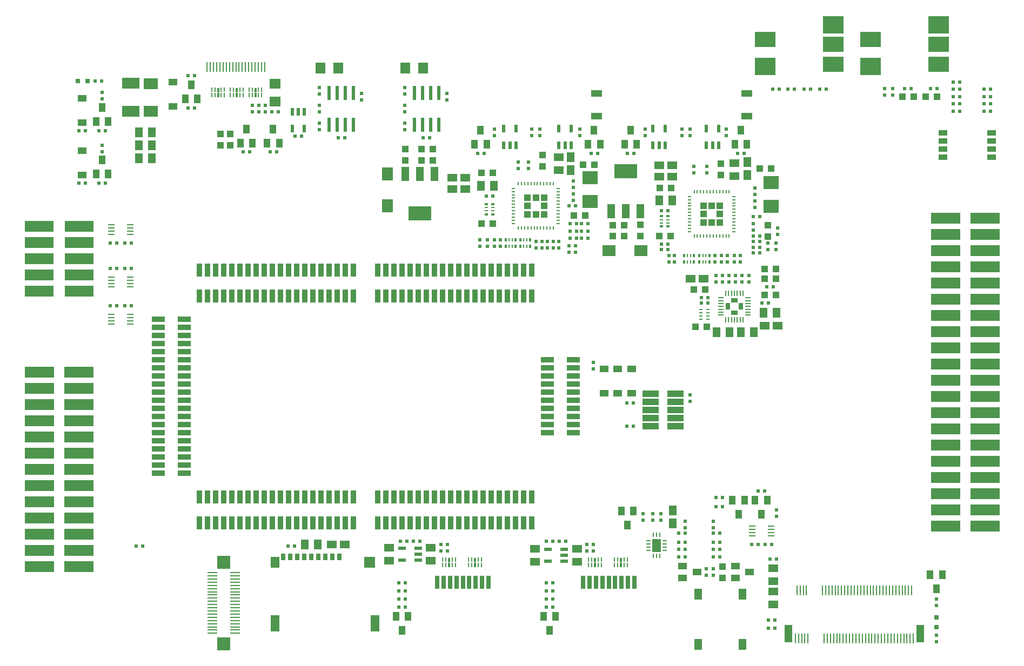
<source format=gbr>
G04 #@! TF.GenerationSoftware,KiCad,Pcbnew,5.1.0-rc2-unknown-036be7d~80~ubuntu16.04.1*
G04 #@! TF.CreationDate,2023-04-28T14:18:08+03:00*
G04 #@! TF.ProjectId,iMX8MPLUS-SOM-EVB_Rev_B,694d5838-4d50-44c5-9553-2d534f4d2d45,B*
G04 #@! TF.SameCoordinates,Original*
G04 #@! TF.FileFunction,Paste,Top*
G04 #@! TF.FilePolarity,Positive*
%FSLAX46Y46*%
G04 Gerber Fmt 4.6, Leading zero omitted, Abs format (unit mm)*
G04 Created by KiCad (PCBNEW 5.1.0-rc2-unknown-036be7d~80~ubuntu16.04.1) date 2023-04-28 14:18:08*
%MOMM*%
%LPD*%
G04 APERTURE LIST*
%ADD10R,4.550000X1.700000*%
%ADD11R,0.500000X0.550000*%
%ADD12R,0.980000X0.230000*%
%ADD13C,1.700000*%
%ADD14C,0.100000*%
%ADD15R,1.000000X1.000000*%
%ADD16R,0.630000X0.230000*%
%ADD17R,0.230000X0.630000*%
%ADD18R,3.253999X2.354000*%
%ADD19R,3.253999X2.754000*%
%ADD20R,0.230000X1.580000*%
%ADD21R,1.000000X1.400000*%
%ADD22R,0.900000X2.000000*%
%ADD23R,2.000000X0.900000*%
%ADD24R,1.800000X1.600000*%
%ADD25R,0.550000X0.500000*%
%ADD26R,0.200000X0.675000*%
%ADD27R,0.300000X0.775000*%
%ADD28R,1.524000X1.270000*%
%ADD29R,1.778000X1.016000*%
%ADD30R,1.270000X1.524000*%
%ADD31R,1.016000X1.016000*%
%ADD32R,2.000000X1.700000*%
%ADD33R,1.400000X1.000000*%
%ADD34R,2.286000X1.778000*%
%ADD35R,1.600000X0.230000*%
%ADD36R,2.000000X2.000000*%
%ADD37R,2.700000X1.800000*%
%ADD38R,1.400000X2.600000*%
%ADD39R,1.800000X1.800000*%
%ADD40R,1.400000X1.800000*%
%ADD41R,0.700000X1.100000*%
%ADD42R,1.270000X1.778000*%
%ADD43R,0.800000X0.800000*%
%ADD44R,2.400000X2.100000*%
%ADD45R,0.305000X0.605000*%
%ADD46R,0.230000X0.605000*%
%ADD47R,0.605000X0.305000*%
%ADD48R,0.605000X0.230000*%
%ADD49R,1.200000X0.550000*%
%ADD50R,0.700000X2.000000*%
%ADD51R,3.600000X2.200000*%
%ADD52R,1.219200X2.235200*%
%ADD53R,0.550000X1.200000*%
%ADD54R,1.700000X2.000000*%
%ADD55R,1.524000X1.778000*%
%ADD56R,0.600000X2.200000*%
%ADD57R,2.654000X1.014000*%
%ADD58R,1.020000X0.660000*%
%ADD59R,0.660000X1.020000*%
%ADD60R,0.910000X0.210000*%
%ADD61R,0.210000X0.910000*%
%ADD62R,0.680000X0.230000*%
%ADD63R,0.230000X0.680000*%
%ADD64R,1.380000X2.080000*%
%ADD65R,1.470000X0.960000*%
%ADD66R,1.180000X2.730000*%
%ADD67R,0.230000X1.530000*%
G04 APERTURE END LIST*
D10*
X210135000Y-111760000D03*
X210135000Y-109220000D03*
X210135000Y-106680000D03*
X210135000Y-104140000D03*
X210135000Y-101600000D03*
X210135000Y-99060000D03*
X210135000Y-96520000D03*
X210135000Y-93980000D03*
X210135000Y-91440000D03*
X210135000Y-88900000D03*
X210135000Y-63500000D03*
X210135000Y-66040000D03*
X210135000Y-68580000D03*
X210135000Y-71120000D03*
X210135000Y-73660000D03*
X210135000Y-76200000D03*
X210135000Y-78740000D03*
X210135000Y-81280000D03*
X210135000Y-83820000D03*
X203885000Y-83820000D03*
X203885000Y-86360000D03*
X203885000Y-111760000D03*
X203885000Y-109220000D03*
X203885000Y-106680000D03*
X203885000Y-104140000D03*
X203885000Y-101600000D03*
X203885000Y-99060000D03*
X203885000Y-96520000D03*
X203885000Y-93980000D03*
X203885000Y-91440000D03*
X203885000Y-88900000D03*
X203885000Y-81280000D03*
X203885000Y-78740000D03*
X203885000Y-76200000D03*
X203885000Y-73660000D03*
X203885000Y-71120000D03*
X203885000Y-68580000D03*
X203885000Y-66040000D03*
X203885000Y-63500000D03*
X210135000Y-86360000D03*
D11*
X167894000Y-107315000D03*
X168910000Y-107315000D03*
D12*
X173601001Y-113272000D03*
X173601001Y-112772000D03*
X173601001Y-112272000D03*
X173601001Y-111772000D03*
X176601001Y-111772000D03*
X176601001Y-112272000D03*
X176601001Y-112772000D03*
X176601001Y-113272000D03*
D13*
X68149000Y-69850000D03*
D14*
G36*
X65874000Y-69000000D02*
G01*
X70424000Y-69000000D01*
X70424000Y-70700000D01*
X65874000Y-70700000D01*
X65874000Y-69000000D01*
X65874000Y-69000000D01*
G37*
D13*
X68149000Y-67310000D03*
D14*
G36*
X65874000Y-66460000D02*
G01*
X70424000Y-66460000D01*
X70424000Y-68160000D01*
X65874000Y-68160000D01*
X65874000Y-66460000D01*
X65874000Y-66460000D01*
G37*
D13*
X68149000Y-64770000D03*
D14*
G36*
X65874000Y-63920000D02*
G01*
X70424000Y-63920000D01*
X70424000Y-65620000D01*
X65874000Y-65620000D01*
X65874000Y-63920000D01*
X65874000Y-63920000D01*
G37*
D13*
X68149000Y-72390000D03*
D14*
G36*
X65874000Y-71540000D02*
G01*
X70424000Y-71540000D01*
X70424000Y-73240000D01*
X65874000Y-73240000D01*
X65874000Y-71540000D01*
X65874000Y-71540000D01*
G37*
D13*
X68149000Y-74930000D03*
D14*
G36*
X65874000Y-74080000D02*
G01*
X70424000Y-74080000D01*
X70424000Y-75780000D01*
X65874000Y-75780000D01*
X65874000Y-74080000D01*
X65874000Y-74080000D01*
G37*
D13*
X61899000Y-74930000D03*
D14*
G36*
X59624000Y-74080000D02*
G01*
X64174000Y-74080000D01*
X64174000Y-75780000D01*
X59624000Y-75780000D01*
X59624000Y-74080000D01*
X59624000Y-74080000D01*
G37*
D13*
X61899000Y-72390000D03*
D14*
G36*
X59624000Y-71540000D02*
G01*
X64174000Y-71540000D01*
X64174000Y-73240000D01*
X59624000Y-73240000D01*
X59624000Y-71540000D01*
X59624000Y-71540000D01*
G37*
D13*
X61899000Y-69850000D03*
D14*
G36*
X59624000Y-69000000D02*
G01*
X64174000Y-69000000D01*
X64174000Y-70700000D01*
X59624000Y-70700000D01*
X59624000Y-69000000D01*
X59624000Y-69000000D01*
G37*
D13*
X61899000Y-67310000D03*
D14*
G36*
X59624000Y-66460000D02*
G01*
X64174000Y-66460000D01*
X64174000Y-68160000D01*
X59624000Y-68160000D01*
X59624000Y-66460000D01*
X59624000Y-66460000D01*
G37*
D13*
X61899000Y-64770000D03*
D14*
G36*
X59624000Y-63920000D02*
G01*
X64174000Y-63920000D01*
X64174000Y-65620000D01*
X59624000Y-65620000D01*
X59624000Y-63920000D01*
X59624000Y-63920000D01*
G37*
D11*
X210947000Y-46736000D03*
X209931000Y-46736000D03*
D15*
X140995400Y-62890400D03*
D16*
X143175000Y-58845000D03*
X143175000Y-59345000D03*
X143175000Y-59845000D03*
X143175000Y-60345000D03*
X143175000Y-60845000D03*
X143175000Y-61345000D03*
X143175000Y-61845000D03*
X143175000Y-62345000D03*
X143175000Y-62845000D03*
X143175000Y-63345000D03*
X143175000Y-63845000D03*
X143175000Y-64345000D03*
D17*
X142450000Y-65070000D03*
X141950000Y-65070000D03*
X141450000Y-65070000D03*
X140950000Y-65070000D03*
X140450000Y-65070000D03*
X139950000Y-65070000D03*
X139450000Y-65070000D03*
X138950000Y-65070000D03*
X138450000Y-65070000D03*
X137950000Y-65070000D03*
X137450000Y-65070000D03*
X136950000Y-65070000D03*
D16*
X136225000Y-64345000D03*
X136225000Y-63845000D03*
X136225000Y-63345000D03*
X136225000Y-62845000D03*
X136225000Y-62345000D03*
X136225000Y-61845000D03*
X136225000Y-61345000D03*
X136225000Y-60845000D03*
X136225000Y-60345000D03*
X136225000Y-59845000D03*
X136225000Y-59345000D03*
X136225000Y-58845000D03*
D17*
X136950000Y-58120000D03*
X137450000Y-58120000D03*
X137950000Y-58120000D03*
X138450000Y-58120000D03*
X138950000Y-58120000D03*
X139450000Y-58120000D03*
X139950000Y-58120000D03*
X140450000Y-58120000D03*
X140950000Y-58120000D03*
X141450000Y-58120000D03*
X141950000Y-58120000D03*
X142450000Y-58120000D03*
D15*
X139700000Y-62890400D03*
X138404600Y-62890400D03*
X138404600Y-61595000D03*
X138404600Y-60299600D03*
X139700000Y-60299600D03*
X140995400Y-61595000D03*
X140995400Y-60299600D03*
X168554400Y-64160400D03*
D16*
X170734000Y-60115000D03*
X170734000Y-60615000D03*
X170734000Y-61115000D03*
X170734000Y-61615000D03*
X170734000Y-62115000D03*
X170734000Y-62615000D03*
X170734000Y-63115000D03*
X170734000Y-63615000D03*
X170734000Y-64115000D03*
X170734000Y-64615000D03*
X170734000Y-65115000D03*
X170734000Y-65615000D03*
D17*
X170009000Y-66340000D03*
X169509000Y-66340000D03*
X169009000Y-66340000D03*
X168509000Y-66340000D03*
X168009000Y-66340000D03*
X167509000Y-66340000D03*
X167009000Y-66340000D03*
X166509000Y-66340000D03*
X166009000Y-66340000D03*
X165509000Y-66340000D03*
X165009000Y-66340000D03*
X164509000Y-66340000D03*
D16*
X163784000Y-65615000D03*
X163784000Y-65115000D03*
X163784000Y-64615000D03*
X163784000Y-64115000D03*
X163784000Y-63615000D03*
X163784000Y-63115000D03*
X163784000Y-62615000D03*
X163784000Y-62115000D03*
X163784000Y-61615000D03*
X163784000Y-61115000D03*
X163784000Y-60615000D03*
X163784000Y-60115000D03*
D17*
X164509000Y-59390000D03*
X165009000Y-59390000D03*
X165509000Y-59390000D03*
X166009000Y-59390000D03*
X166509000Y-59390000D03*
X167009000Y-59390000D03*
X167509000Y-59390000D03*
X168009000Y-59390000D03*
X168509000Y-59390000D03*
X169009000Y-59390000D03*
X169509000Y-59390000D03*
X170009000Y-59390000D03*
D15*
X167259000Y-64160400D03*
X165963600Y-64160400D03*
X165963600Y-62865000D03*
X165963600Y-61569600D03*
X167259000Y-61569600D03*
X168554400Y-62865000D03*
X168554400Y-61569600D03*
D18*
X186275000Y-36301000D03*
X175675000Y-35501000D03*
X186275000Y-39401000D03*
D19*
X175675000Y-39701000D03*
X186275000Y-33201000D03*
D18*
X202785000Y-36301000D03*
X192185000Y-35501000D03*
X202785000Y-39401000D03*
D19*
X192185000Y-39701000D03*
X202785000Y-33201000D03*
D20*
X97210000Y-39840000D03*
X96710000Y-39840000D03*
X96210000Y-39840000D03*
X95710000Y-39840000D03*
X95210000Y-39840000D03*
X94710000Y-39840000D03*
X94210000Y-39840000D03*
X93710000Y-39840000D03*
X93210000Y-39840000D03*
X92710000Y-39840000D03*
X92210000Y-39840000D03*
X91710000Y-39840000D03*
X91210000Y-39840000D03*
X90710000Y-39840000D03*
X90210000Y-39840000D03*
X89710000Y-39840000D03*
X89210000Y-39840000D03*
X88710000Y-39840000D03*
X88210000Y-39840000D03*
D21*
X131061460Y-49697640D03*
X132016500Y-51907440D03*
X130114040Y-51907440D03*
D22*
X98425000Y-71628000D03*
X98425000Y-75692000D03*
X97155000Y-71628000D03*
X97155000Y-75692000D03*
X95885000Y-71628000D03*
X95885000Y-75692000D03*
X94615000Y-71628000D03*
X94615000Y-75692000D03*
X93345000Y-71628000D03*
X93345000Y-75692000D03*
X92075000Y-71628000D03*
X92075000Y-75692000D03*
X90805000Y-71628000D03*
X90805000Y-75692000D03*
X89535000Y-71628000D03*
X89535000Y-75692000D03*
X88265000Y-71628000D03*
X88265000Y-75692000D03*
X86995000Y-71628000D03*
X86995000Y-75692000D03*
X99695000Y-75692000D03*
X99695000Y-71628000D03*
X100965000Y-75692000D03*
X100965000Y-71628000D03*
X102235000Y-75692000D03*
X102235000Y-71628000D03*
X103505000Y-75692000D03*
X103505000Y-71628000D03*
X104775000Y-75692000D03*
X104775000Y-71628000D03*
X106045000Y-75692000D03*
X106045000Y-71628000D03*
X107315000Y-75692000D03*
X107315000Y-71628000D03*
X108585000Y-75692000D03*
X108585000Y-71628000D03*
X109855000Y-75692000D03*
X109855000Y-71628000D03*
X111125000Y-75692000D03*
X111125000Y-71628000D03*
X126365000Y-71628000D03*
X126365000Y-75692000D03*
X125095000Y-71628000D03*
X125095000Y-75692000D03*
X123825000Y-71628000D03*
X123825000Y-75692000D03*
X122555000Y-71628000D03*
X122555000Y-75692000D03*
X121285000Y-71628000D03*
X121285000Y-75692000D03*
X120015000Y-71628000D03*
X120015000Y-75692000D03*
X118745000Y-71628000D03*
X118745000Y-75692000D03*
X117475000Y-71628000D03*
X117475000Y-75692000D03*
X116205000Y-71628000D03*
X116205000Y-75692000D03*
X114935000Y-71628000D03*
X114935000Y-75692000D03*
X127635000Y-75692000D03*
X127635000Y-71628000D03*
X128905000Y-75692000D03*
X128905000Y-71628000D03*
X130175000Y-75692000D03*
X130175000Y-71628000D03*
X131445000Y-75692000D03*
X131445000Y-71628000D03*
X132715000Y-75692000D03*
X132715000Y-71628000D03*
X133985000Y-75692000D03*
X133985000Y-71628000D03*
X135255000Y-75692000D03*
X135255000Y-71628000D03*
X136525000Y-75692000D03*
X136525000Y-71628000D03*
X137795000Y-75692000D03*
X137795000Y-71628000D03*
X139065000Y-75692000D03*
X139065000Y-71628000D03*
X126365000Y-107188000D03*
X126365000Y-111252000D03*
X125095000Y-107188000D03*
X125095000Y-111252000D03*
X123825000Y-107188000D03*
X123825000Y-111252000D03*
X122555000Y-107188000D03*
X122555000Y-111252000D03*
X121285000Y-107188000D03*
X121285000Y-111252000D03*
X120015000Y-107188000D03*
X120015000Y-111252000D03*
X118745000Y-107188000D03*
X118745000Y-111252000D03*
X117475000Y-107188000D03*
X117475000Y-111252000D03*
X116205000Y-107188000D03*
X116205000Y-111252000D03*
X114935000Y-107188000D03*
X114935000Y-111252000D03*
X127635000Y-111252000D03*
X127635000Y-107188000D03*
X128905000Y-111252000D03*
X128905000Y-107188000D03*
X130175000Y-111252000D03*
X130175000Y-107188000D03*
X131445000Y-111252000D03*
X131445000Y-107188000D03*
X132715000Y-111252000D03*
X132715000Y-107188000D03*
X133985000Y-111252000D03*
X133985000Y-107188000D03*
X135255000Y-111252000D03*
X135255000Y-107188000D03*
X136525000Y-111252000D03*
X136525000Y-107188000D03*
X137795000Y-111252000D03*
X137795000Y-107188000D03*
X139065000Y-111252000D03*
X139065000Y-107188000D03*
X98425000Y-107188000D03*
X98425000Y-111252000D03*
X97155000Y-107188000D03*
X97155000Y-111252000D03*
X95885000Y-107188000D03*
X95885000Y-111252000D03*
X94615000Y-107188000D03*
X94615000Y-111252000D03*
X93345000Y-107188000D03*
X93345000Y-111252000D03*
X92075000Y-107188000D03*
X92075000Y-111252000D03*
X90805000Y-107188000D03*
X90805000Y-111252000D03*
X89535000Y-107188000D03*
X89535000Y-111252000D03*
X88265000Y-107188000D03*
X88265000Y-111252000D03*
X86995000Y-107188000D03*
X86995000Y-111252000D03*
X99695000Y-111252000D03*
X99695000Y-107188000D03*
X100965000Y-111252000D03*
X100965000Y-107188000D03*
X102235000Y-111252000D03*
X102235000Y-107188000D03*
X103505000Y-111252000D03*
X103505000Y-107188000D03*
X104775000Y-111252000D03*
X104775000Y-107188000D03*
X106045000Y-111252000D03*
X106045000Y-107188000D03*
X107315000Y-111252000D03*
X107315000Y-107188000D03*
X108585000Y-111252000D03*
X108585000Y-107188000D03*
X109855000Y-111252000D03*
X109855000Y-107188000D03*
X111125000Y-111252000D03*
X111125000Y-107188000D03*
D23*
X84582000Y-90805000D03*
X80518000Y-90805000D03*
X84582000Y-89535000D03*
X80518000Y-89535000D03*
X84582000Y-88265000D03*
X80518000Y-88265000D03*
X84582000Y-86995000D03*
X80518000Y-86995000D03*
X84582000Y-85725000D03*
X80518000Y-85725000D03*
X84582000Y-84455000D03*
X80518000Y-84455000D03*
X84582000Y-83185000D03*
X80518000Y-83185000D03*
X84582000Y-81915000D03*
X80518000Y-81915000D03*
X84582000Y-80645000D03*
X80518000Y-80645000D03*
X84582000Y-79375000D03*
X80518000Y-79375000D03*
X80518000Y-92075000D03*
X84582000Y-92075000D03*
X80518000Y-93345000D03*
X84582000Y-93345000D03*
X80518000Y-94615000D03*
X84582000Y-94615000D03*
X80518000Y-95885000D03*
X84582000Y-95885000D03*
X80518000Y-97155000D03*
X84582000Y-97155000D03*
X80518000Y-98425000D03*
X84582000Y-98425000D03*
X80518000Y-99695000D03*
X84582000Y-99695000D03*
X80518000Y-100965000D03*
X84582000Y-100965000D03*
X80518000Y-102235000D03*
X84582000Y-102235000D03*
X80518000Y-103505000D03*
X84582000Y-103505000D03*
X145542000Y-97155000D03*
X141478000Y-97155000D03*
X145542000Y-95885000D03*
X141478000Y-95885000D03*
X145542000Y-94615000D03*
X141478000Y-94615000D03*
X145542000Y-93345000D03*
X141478000Y-93345000D03*
X145542000Y-92075000D03*
X141478000Y-92075000D03*
X145542000Y-90805000D03*
X141478000Y-90805000D03*
X145542000Y-89535000D03*
X141478000Y-89535000D03*
X145542000Y-88265000D03*
X141478000Y-88265000D03*
X145542000Y-86995000D03*
X141478000Y-86995000D03*
X145542000Y-85725000D03*
X141478000Y-85725000D03*
D21*
X84775040Y-44795440D03*
X86677500Y-44795440D03*
X85722460Y-42585640D03*
D24*
X98806000Y-42415000D03*
X98806000Y-45215000D03*
D11*
X85217000Y-46228001D03*
X86233000Y-46228001D03*
D25*
X95250000Y-46863000D03*
X95250000Y-45847000D03*
X96266000Y-46863000D03*
X96266000Y-45847000D03*
X97282000Y-45847000D03*
X97282000Y-46863000D03*
D11*
X99314000Y-46863000D03*
X98298000Y-46863000D03*
D26*
X88916000Y-44252500D03*
X89416000Y-44252500D03*
D27*
X89916000Y-44202500D03*
D26*
X90416000Y-44252500D03*
X90916000Y-44252500D03*
X90916000Y-43377500D03*
X90416000Y-43377500D03*
D27*
X89916000Y-43427500D03*
D26*
X89416000Y-43377500D03*
X88916000Y-43377500D03*
X91837000Y-44252500D03*
X92337000Y-44252500D03*
D27*
X92837000Y-44202500D03*
D26*
X93337000Y-44252500D03*
X93837000Y-44252500D03*
X93837000Y-43377500D03*
X93337000Y-43377500D03*
D27*
X92837000Y-43427500D03*
D26*
X92337000Y-43377500D03*
X91837000Y-43377500D03*
X94758000Y-44252500D03*
X95258000Y-44252500D03*
D27*
X95758000Y-44202500D03*
D26*
X96258000Y-44252500D03*
X96758000Y-44252500D03*
X96758000Y-43377500D03*
X96258000Y-43377500D03*
D27*
X95758000Y-43427500D03*
D26*
X95258000Y-43377500D03*
X94758000Y-43377500D03*
D28*
X123190000Y-117221000D03*
X123190000Y-115189000D03*
X116713000Y-117221000D03*
X116713000Y-115189000D03*
D25*
X162560000Y-49530000D03*
X162560000Y-50546000D03*
X163830000Y-49530000D03*
X163830000Y-50546000D03*
D29*
X172720000Y-43942000D03*
X172720000Y-47498000D03*
D25*
X164464999Y-55372000D03*
X164464999Y-56388000D03*
X166497000Y-55372000D03*
X166497000Y-56388000D03*
D30*
X161036000Y-60706000D03*
X159004000Y-60706000D03*
D11*
X174752000Y-66294000D03*
X173736000Y-66294000D03*
D31*
X159130999Y-58801000D03*
X160908999Y-58801000D03*
X159004000Y-66294000D03*
X160782000Y-66294000D03*
D25*
X161417000Y-70357999D03*
X161417000Y-69341999D03*
D31*
X176022000Y-66421000D03*
X176022000Y-64643000D03*
D28*
X170815000Y-56896000D03*
X170815000Y-54864000D03*
D31*
X168656000Y-54991000D03*
X168656000Y-56769000D03*
D11*
X174752000Y-63246000D03*
X173736000Y-63246000D03*
D25*
X169672000Y-70358000D03*
X169672000Y-69342000D03*
D11*
X159385000Y-62357000D03*
X160401000Y-62357000D03*
D25*
X160528000Y-70357999D03*
X160528000Y-69341999D03*
D11*
X174752000Y-67183000D03*
X173736000Y-67183000D03*
D25*
X173990000Y-59817000D03*
X173990000Y-58801000D03*
X173990000Y-60833000D03*
X173990000Y-61849000D03*
D31*
X156083000Y-66294000D03*
X156083000Y-64516000D03*
X151765000Y-64643001D03*
X153543000Y-64643001D03*
D30*
X103505000Y-114681000D03*
X105537000Y-114681000D03*
X77469999Y-54102000D03*
X79501999Y-54102000D03*
D32*
X156170000Y-68580000D03*
X151170000Y-68580000D03*
D33*
X68580000Y-56764000D03*
X68580000Y-52964000D03*
D34*
X79375000Y-42400000D03*
X79375000Y-46754000D03*
D35*
X89005000Y-119075000D03*
X89005000Y-125075000D03*
X92605000Y-126575000D03*
X92605000Y-125075000D03*
X92605000Y-124075000D03*
X89005000Y-124575000D03*
X92605000Y-126075000D03*
X92605000Y-123075000D03*
X89005000Y-121075000D03*
X89005000Y-119575000D03*
X89005000Y-120075000D03*
X92605000Y-128075000D03*
X89005000Y-123075000D03*
X89005000Y-120575000D03*
X92605000Y-120075000D03*
X89005000Y-126075000D03*
X92605000Y-127575000D03*
X89005000Y-128575000D03*
X89005000Y-127575000D03*
X89005000Y-121575000D03*
X89005000Y-122575000D03*
X92605000Y-121575000D03*
X92605000Y-123575000D03*
X92605000Y-127075000D03*
X89005000Y-122075000D03*
X92605000Y-125575000D03*
X89005000Y-128075000D03*
X89005000Y-127075000D03*
X89005000Y-126575000D03*
X92605000Y-121075000D03*
X92605000Y-119075000D03*
X89005000Y-123575000D03*
X92605000Y-124575000D03*
X89005000Y-125575000D03*
X92605000Y-128575000D03*
X92605000Y-122075000D03*
X92605000Y-120575000D03*
X92605000Y-119575000D03*
X92605000Y-122575000D03*
X89005000Y-124075000D03*
D36*
X90805000Y-130225000D03*
X90805000Y-117425000D03*
D37*
X76200000Y-46776999D03*
X76200000Y-42376999D03*
D30*
X172847000Y-56769000D03*
X172847000Y-54737000D03*
D28*
X161036000Y-55245000D03*
X159004000Y-55245000D03*
X161035998Y-57023000D03*
X159003998Y-57023000D03*
X109728000Y-114681000D03*
X107696000Y-114681000D03*
D38*
X98830000Y-127055000D03*
X114530000Y-127055000D03*
D39*
X113630000Y-117455000D03*
D40*
X98830000Y-117455000D03*
D41*
X100130000Y-116575000D03*
X101230000Y-116575000D03*
X102330000Y-116575000D03*
X103430000Y-116575000D03*
X104530000Y-116575000D03*
X105630000Y-116575000D03*
X106730000Y-116575000D03*
X107830000Y-116575000D03*
X108930000Y-116575000D03*
D42*
X172085000Y-130302000D03*
X172085000Y-122428000D03*
D43*
X67945000Y-42037000D03*
X69469000Y-42037000D03*
D44*
X176530000Y-61667000D03*
X176530000Y-57967000D03*
D11*
X120523000Y-114173000D03*
X121539000Y-114173000D03*
X119507000Y-114173000D03*
X118491000Y-114173000D03*
X174752000Y-68961000D03*
X173736000Y-68961000D03*
D25*
X171704001Y-69342000D03*
X171704001Y-70358000D03*
X167767000Y-69342000D03*
X167767000Y-70358000D03*
X168783000Y-70357999D03*
X168783000Y-69341999D03*
D11*
X160401000Y-67564000D03*
X159385000Y-67564000D03*
X160401000Y-68453000D03*
X159385000Y-68453000D03*
D25*
X170815001Y-70358000D03*
X170815001Y-69342000D03*
X173736000Y-64389000D03*
X173736000Y-65405000D03*
D11*
X172339000Y-53340000D03*
X171323000Y-53340000D03*
D25*
X169545000Y-49530000D03*
X169545000Y-50546000D03*
X156845000Y-49530000D03*
X156845000Y-50546000D03*
D11*
X155067000Y-53340000D03*
X154051000Y-53340000D03*
D25*
X177546000Y-66040000D03*
X177546000Y-65024000D03*
X176022000Y-68452999D03*
X176022000Y-67436999D03*
X177292000Y-68453000D03*
X177292000Y-67437000D03*
D31*
X176530000Y-55753000D03*
X174752000Y-55753000D03*
D11*
X174752000Y-68072000D03*
X173736000Y-68072000D03*
D31*
X151764999Y-66293999D03*
X153542999Y-66293999D03*
D11*
X68072000Y-58039000D03*
X69088000Y-58039000D03*
X100838000Y-114935000D03*
X101854000Y-114935000D03*
X70612000Y-42037001D03*
X71628000Y-42037001D03*
D45*
X164493000Y-69337500D03*
X164493000Y-70362500D03*
D46*
X163953000Y-69337500D03*
X163953000Y-70362500D03*
X163453000Y-69337500D03*
X163453000Y-70362500D03*
D45*
X162913000Y-69337500D03*
X162913000Y-70362500D03*
X165326000Y-70362499D03*
X165326000Y-69337499D03*
D46*
X165866000Y-70362499D03*
X165866000Y-69337499D03*
X166366000Y-70362499D03*
X166366000Y-69337499D03*
D45*
X166906000Y-70362499D03*
X166906000Y-69337499D03*
D47*
X159380500Y-63218000D03*
X160405500Y-63218000D03*
D48*
X159380500Y-63758000D03*
X160405500Y-63758000D03*
X159380500Y-64258000D03*
X160405500Y-64258000D03*
D47*
X159380500Y-64798000D03*
X160405500Y-64798000D03*
D42*
X165100000Y-130302000D03*
X165100000Y-122428000D03*
D26*
X129175000Y-117912500D03*
X129675000Y-117912500D03*
D27*
X130175000Y-117862500D03*
D26*
X130675000Y-117912500D03*
X131175000Y-117912500D03*
X131175000Y-117037500D03*
X130675000Y-117037500D03*
D27*
X130175000Y-117087500D03*
D26*
X129675000Y-117037500D03*
X129175000Y-117037500D03*
X127111000Y-117037500D03*
X126611000Y-117037500D03*
D27*
X126111000Y-117087500D03*
D26*
X125611000Y-117037500D03*
X125111000Y-117037500D03*
X125111000Y-117912500D03*
X125611000Y-117912500D03*
D27*
X126111000Y-117862500D03*
D26*
X126611000Y-117912500D03*
X127111000Y-117912500D03*
D49*
X121315000Y-117155001D03*
X121315000Y-116205001D03*
X121315000Y-115255001D03*
X118715000Y-117155001D03*
X118715000Y-115255001D03*
D50*
X132270000Y-120550000D03*
X127270000Y-120550000D03*
X124270000Y-120550000D03*
X126270000Y-120550000D03*
X128270000Y-120550000D03*
X130270000Y-120550000D03*
X131270000Y-120550000D03*
X125270000Y-120550000D03*
X129270000Y-120550000D03*
D51*
X153801199Y-56194001D03*
D52*
X156112599Y-62391801D03*
X153801199Y-62391801D03*
X151489799Y-62391801D03*
D11*
X78105000Y-114935000D03*
X77089000Y-114935000D03*
D53*
X103439000Y-46833000D03*
X102489000Y-46833000D03*
X101539000Y-46833000D03*
X103439000Y-49433000D03*
X101539000Y-49433000D03*
D31*
X90297000Y-50292000D03*
X90297000Y-52070000D03*
X91821000Y-50292000D03*
X91821000Y-52070000D03*
D11*
X102997000Y-50673001D03*
X101981000Y-50673001D03*
D33*
X82804000Y-45969000D03*
X82804000Y-42169000D03*
D21*
X93411040Y-51780440D03*
X95313500Y-51780440D03*
X94358460Y-49570640D03*
X97602040Y-51780440D03*
X99504500Y-51780440D03*
X98549460Y-49570640D03*
D11*
X85217000Y-41148000D03*
X86233000Y-41148000D03*
X93853000Y-53085999D03*
X94869000Y-53085999D03*
X98044000Y-53085999D03*
X99060000Y-53085999D03*
D25*
X124841000Y-114681000D03*
X124841000Y-115697000D03*
X125857000Y-114681000D03*
X125857000Y-115697000D03*
D21*
X119694960Y-125892560D03*
X117792500Y-125892560D03*
X118747540Y-128102360D03*
D11*
X119253000Y-120650000D03*
X118237000Y-120650000D03*
X119253000Y-121919999D03*
X118237000Y-121919999D03*
X118237000Y-124460001D03*
X119253000Y-124460001D03*
X118237000Y-123190000D03*
X119253000Y-123190000D03*
D21*
X170881040Y-51907440D03*
X172783500Y-51907440D03*
X171828460Y-49697640D03*
X153609040Y-51907440D03*
X155511500Y-51907440D03*
X154556460Y-49697640D03*
D25*
X139065000Y-49530000D03*
X139065000Y-50546000D03*
X140335000Y-49530000D03*
X140335000Y-50546000D03*
D29*
X149225000Y-43942000D03*
X149225000Y-47498000D03*
D28*
X143256000Y-56007000D03*
X143256000Y-53975000D03*
D25*
X136906000Y-54737000D03*
X136906000Y-55753000D03*
D31*
X140716000Y-53594000D03*
X140716000Y-55372000D03*
D25*
X138557000Y-54737000D03*
X138557000Y-55753000D03*
D11*
X145923000Y-61595000D03*
X144907000Y-61595000D03*
D30*
X133096000Y-58420000D03*
X131064000Y-58420000D03*
D25*
X141541500Y-68199000D03*
X141541500Y-67183000D03*
D11*
X146050001Y-65532000D03*
X145034001Y-65532000D03*
D31*
X131191000Y-56388000D03*
X132969000Y-56388000D03*
D11*
X131952999Y-60071000D03*
X132968999Y-60071000D03*
D31*
X131191000Y-64389000D03*
X132969000Y-64389000D03*
D25*
X133223000Y-67945000D03*
X133223000Y-66929000D03*
X134112000Y-67945000D03*
X134112000Y-66929000D03*
D11*
X146050000Y-66675001D03*
X145034000Y-66675001D03*
D31*
X147447000Y-63119000D03*
X145669000Y-63119000D03*
D25*
X145542000Y-58674000D03*
X145542000Y-57658000D03*
X145542000Y-59690000D03*
X145542000Y-60706000D03*
D31*
X119253000Y-52705000D03*
X119253000Y-54483000D03*
X123570999Y-54483000D03*
X121792999Y-54483000D03*
D54*
X116459000Y-56555001D03*
X116459000Y-61555001D03*
D21*
X147894040Y-51907440D03*
X149796500Y-51907440D03*
X148841460Y-49697640D03*
D30*
X145161000Y-56007001D03*
X145161000Y-53975001D03*
D28*
X128651000Y-57150000D03*
X126619000Y-57150000D03*
X128651000Y-58928000D03*
X126619000Y-58928000D03*
D44*
X148209000Y-60905000D03*
X148209000Y-57205000D03*
D11*
X145923000Y-68834001D03*
X144907000Y-68834001D03*
D25*
X143319500Y-67183000D03*
X143319500Y-68199000D03*
X142430500Y-67183000D03*
X142430500Y-68199000D03*
X140652500Y-67183000D03*
X140652500Y-68199000D03*
X139763500Y-67183000D03*
X139763500Y-68199000D03*
X130937001Y-66929000D03*
X130937001Y-67945000D03*
X132080000Y-66929000D03*
X132080000Y-67945000D03*
D11*
X145034001Y-64389000D03*
X146050001Y-64389000D03*
X149352000Y-53340000D03*
X148336000Y-53340000D03*
X131572000Y-53340000D03*
X130556000Y-53340000D03*
D25*
X146558000Y-49530000D03*
X146558000Y-50546000D03*
X133223000Y-49530000D03*
X133223000Y-50546000D03*
D31*
X148844000Y-55118000D03*
X147066000Y-55118000D03*
D11*
X147828000Y-64389000D03*
X146812000Y-64389000D03*
X147828000Y-65532000D03*
X146812000Y-65532000D03*
X147828000Y-66675000D03*
X146812000Y-66675000D03*
X145923000Y-67818000D03*
X144907000Y-67818000D03*
D31*
X123571000Y-52705001D03*
X121793000Y-52705001D03*
D45*
X136553000Y-66924500D03*
X136553000Y-67949500D03*
D46*
X136013000Y-66924500D03*
X136013000Y-67949500D03*
X135513000Y-66924500D03*
X135513000Y-67949500D03*
D45*
X134973000Y-66924500D03*
X134973000Y-67949500D03*
X137259000Y-67949500D03*
X137259000Y-66924500D03*
D46*
X137799000Y-67949500D03*
X137799000Y-66924500D03*
X138299000Y-67949500D03*
X138299000Y-66924500D03*
D45*
X138839000Y-67949500D03*
X138839000Y-66924500D03*
D47*
X131948499Y-61313000D03*
X132973499Y-61313000D03*
D48*
X131948499Y-61853000D03*
X132973499Y-61853000D03*
X131948499Y-62353000D03*
X132973499Y-62353000D03*
D47*
X131948499Y-62893000D03*
X132973499Y-62893000D03*
D51*
X121538999Y-62789000D03*
D52*
X119227599Y-56591200D03*
X121538999Y-56591200D03*
X123850399Y-56591200D03*
D25*
X112395000Y-43942000D03*
X112395000Y-44958000D03*
D11*
X109728000Y-50927000D03*
X108712000Y-50927000D03*
D55*
X105918000Y-40005000D03*
X108712000Y-40005000D03*
D25*
X105791000Y-45846999D03*
X105791000Y-46862999D03*
X105791000Y-44069000D03*
X105791000Y-43053000D03*
X105791000Y-49657000D03*
X105791000Y-48641000D03*
D56*
X107315001Y-43855000D03*
X108585001Y-43855000D03*
X109855001Y-43855000D03*
X111125001Y-43855000D03*
X111125001Y-48855000D03*
X109855001Y-48855000D03*
X108585001Y-48855000D03*
X107315001Y-48855000D03*
D25*
X125730000Y-43942000D03*
X125730000Y-44958000D03*
D11*
X123063000Y-50927000D03*
X122047000Y-50927000D03*
D55*
X119253000Y-40005000D03*
X122047000Y-40005000D03*
D25*
X119126001Y-45847000D03*
X119126001Y-46863000D03*
X119126000Y-44069000D03*
X119126000Y-43053000D03*
X119126000Y-49657000D03*
X119126000Y-48641000D03*
D56*
X120650000Y-43855000D03*
X121920000Y-43855000D03*
X123190000Y-43855000D03*
X124460000Y-43855000D03*
X124460000Y-48855000D03*
X123190000Y-48855000D03*
X121920000Y-48855000D03*
X120650000Y-48855000D03*
D21*
X70805040Y-56606440D03*
X72707500Y-56606440D03*
X71752460Y-54396640D03*
D25*
X71755000Y-53086000D03*
X71755000Y-52070000D03*
D11*
X72263000Y-58039000D03*
X71247000Y-58039000D03*
D33*
X68580000Y-48509000D03*
X68580000Y-44709000D03*
D21*
X70805040Y-48351440D03*
X72707500Y-48351440D03*
X71752460Y-46141640D03*
D11*
X68072000Y-49784000D03*
X69088000Y-49784000D03*
D25*
X71755000Y-44831000D03*
X71755000Y-43815000D03*
D11*
X72263000Y-49784000D03*
X71247000Y-49784000D03*
D57*
X157688500Y-94869000D03*
X157688500Y-93599000D03*
X157688500Y-91059000D03*
X157688500Y-92329000D03*
X157688500Y-96139000D03*
X161589500Y-91059000D03*
X161589500Y-92329000D03*
X161589500Y-93599000D03*
X161589500Y-94869000D03*
X161589500Y-96139000D03*
D33*
X154686000Y-87127000D03*
X154686000Y-90927000D03*
X152527000Y-87126999D03*
X152527000Y-90926999D03*
X150368000Y-87127000D03*
X150368000Y-90927000D03*
D25*
X148717000Y-87122000D03*
X148717000Y-86106000D03*
D11*
X154940000Y-96139000D03*
X153924000Y-96139000D03*
X154940000Y-92456000D03*
X153924000Y-92456000D03*
D25*
X163830000Y-91186000D03*
X163830000Y-92202000D03*
D11*
X181737000Y-43307000D03*
X182753000Y-43307000D03*
X180213000Y-43307000D03*
X179197000Y-43307000D03*
D31*
X177292000Y-71501000D03*
X175514000Y-71501000D03*
X177291999Y-73025000D03*
X175513999Y-73025000D03*
X164465000Y-74676000D03*
X166243000Y-74676000D03*
X164719000Y-80518000D03*
X166497000Y-80518000D03*
D11*
X165608000Y-75946000D03*
X166624000Y-75946000D03*
X165608000Y-76835000D03*
X166624000Y-76835000D03*
D30*
X171831000Y-81407000D03*
X173863000Y-81407000D03*
X170053000Y-81407000D03*
X168021000Y-81407000D03*
D25*
X173101000Y-73533000D03*
X173101000Y-72517000D03*
D11*
X176911000Y-74295000D03*
X175895000Y-74295000D03*
D31*
X200787000Y-44450000D03*
X202565000Y-44450000D03*
X177292000Y-75565000D03*
X175514000Y-75565000D03*
D30*
X177419000Y-78359000D03*
X175387000Y-78359000D03*
D31*
X197104000Y-44450000D03*
X198882000Y-44450000D03*
D25*
X194310000Y-44196000D03*
X194310000Y-43180000D03*
X195580000Y-44196000D03*
X195580000Y-43180000D03*
D28*
X163957000Y-73025000D03*
X165989000Y-73025000D03*
X177546000Y-80391000D03*
X175514000Y-80391000D03*
D25*
X168910000Y-72517000D03*
X168910000Y-73533000D03*
X169926000Y-72517000D03*
X169926000Y-73533000D03*
X170942000Y-72517000D03*
X170942000Y-73533000D03*
X171958000Y-72517000D03*
X171958000Y-73533000D03*
X167894000Y-72517000D03*
X167894000Y-73533000D03*
D11*
X185166000Y-43307000D03*
X184150000Y-43307000D03*
X176784000Y-43307000D03*
X177800000Y-43307000D03*
X176149000Y-76835000D03*
X175133000Y-76835000D03*
X202565000Y-43180000D03*
X201549000Y-43180000D03*
X198501000Y-43180000D03*
X197485000Y-43180000D03*
D48*
X166628500Y-79363000D03*
X165603500Y-79363000D03*
X166628500Y-78863000D03*
X165603500Y-78863000D03*
X166628500Y-78363000D03*
X165603500Y-78363000D03*
X166628500Y-77863000D03*
X165603500Y-77863000D03*
D58*
X170815000Y-78333600D03*
D59*
X169824400Y-77343000D03*
D60*
X168731180Y-75993000D03*
X168731180Y-76443000D03*
X168731180Y-76893000D03*
X168731180Y-77343000D03*
X168731180Y-77793000D03*
X168731180Y-78243000D03*
X168731180Y-78693000D03*
D61*
X169465000Y-79426820D03*
X169915000Y-79426820D03*
X170365000Y-79426820D03*
X170815000Y-79426820D03*
X171265000Y-79426820D03*
X171715000Y-79426820D03*
X172165000Y-79426820D03*
D60*
X172898820Y-78693000D03*
X172898820Y-78243000D03*
X172898820Y-77793000D03*
X172898820Y-77343000D03*
X172898820Y-76893000D03*
X172898820Y-76443000D03*
X172898820Y-75993000D03*
D61*
X172165000Y-75259180D03*
X171715000Y-75259180D03*
X171265000Y-75259180D03*
X170815000Y-75259180D03*
X170365000Y-75259180D03*
X169915000Y-75259180D03*
X169465000Y-75259180D03*
D59*
X171805600Y-77343000D03*
D58*
X170815000Y-76352400D03*
D28*
X146177000Y-117348000D03*
X146177000Y-115316000D03*
X139573000Y-115316000D03*
X139573000Y-117348000D03*
D25*
X147701000Y-115697000D03*
X147701000Y-114681000D03*
X148717000Y-114681000D03*
X148717000Y-115697000D03*
D21*
X141861540Y-128102359D03*
X140906500Y-125892559D03*
X142808960Y-125892559D03*
D11*
X144399000Y-114173000D03*
X143383000Y-114173000D03*
X141351000Y-114173000D03*
X142367000Y-114173000D03*
X142367000Y-120650000D03*
X141351000Y-120650000D03*
X141351000Y-121920000D03*
X142367000Y-121920000D03*
X141351000Y-124460000D03*
X142367000Y-124460000D03*
X141351000Y-123190000D03*
X142367000Y-123190000D03*
D49*
X141575000Y-115382000D03*
X141575000Y-117282000D03*
X144175000Y-115382000D03*
X144175000Y-116332000D03*
X144175000Y-117282000D03*
D26*
X152035000Y-117037500D03*
X152535000Y-117037500D03*
D27*
X153035000Y-117087500D03*
D26*
X153535000Y-117037500D03*
X154035000Y-117037500D03*
X154035000Y-117912500D03*
X153535000Y-117912500D03*
D27*
X153035000Y-117862500D03*
D26*
X152535000Y-117912500D03*
X152035000Y-117912500D03*
X149971000Y-117037500D03*
X149471000Y-117037500D03*
D27*
X148971000Y-117087500D03*
D26*
X148471000Y-117037500D03*
X147971000Y-117037500D03*
X147971000Y-117912500D03*
X148471000Y-117912500D03*
D27*
X148971000Y-117862500D03*
D26*
X149471000Y-117912500D03*
X149971000Y-117912500D03*
D50*
X152130000Y-120550000D03*
X148130000Y-120550000D03*
X154130000Y-120550000D03*
X153130000Y-120550000D03*
X151130000Y-120550000D03*
X149130000Y-120550000D03*
X147130000Y-120550000D03*
X150130000Y-120550000D03*
X155130000Y-120550000D03*
D11*
X76327000Y-77215999D03*
X75311000Y-77215999D03*
X75311000Y-71373999D03*
X76327000Y-71373999D03*
X76327000Y-67436999D03*
X75311000Y-67436999D03*
X73025000Y-77215999D03*
X74041000Y-77215999D03*
X74041000Y-71373999D03*
X73025000Y-71373999D03*
X74040999Y-67437000D03*
X73024999Y-67437000D03*
D12*
X76176000Y-78625000D03*
X76176000Y-79125000D03*
X76176000Y-79625000D03*
X76176000Y-80125000D03*
X73176000Y-80125000D03*
X73176000Y-79625000D03*
X73176000Y-79125000D03*
X73176000Y-78625000D03*
X73176000Y-72783000D03*
X73176000Y-73283000D03*
X73176000Y-73783000D03*
X73176000Y-74283000D03*
X76176000Y-74283000D03*
X76176000Y-73783000D03*
X76176000Y-73283000D03*
X76176000Y-72783000D03*
X76176000Y-66028000D03*
X76176000Y-65528000D03*
X76176000Y-65028000D03*
X76176000Y-64528000D03*
X73176000Y-64528000D03*
X73176000Y-65028000D03*
X73176000Y-65528000D03*
X73176000Y-66028000D03*
D11*
X177165001Y-127762000D03*
X176149001Y-127762000D03*
X176149000Y-126492000D03*
X177165000Y-126492000D03*
D25*
X159258000Y-110871000D03*
X159258000Y-109855000D03*
X157988000Y-109855001D03*
X157988000Y-110871001D03*
D11*
X173482000Y-114680999D03*
X174498000Y-114680999D03*
X175641000Y-114681000D03*
X176657000Y-114681000D03*
D31*
X168910000Y-119888000D03*
X168910000Y-118110000D03*
D28*
X176911000Y-118364000D03*
X176911000Y-120396000D03*
X176911000Y-122047000D03*
X176911000Y-124079000D03*
D33*
X170977560Y-118049040D03*
X170977560Y-119951500D03*
X173187360Y-118996460D03*
D30*
X161163000Y-109347000D03*
X161163000Y-111379000D03*
D11*
X209931000Y-45593000D03*
X210947000Y-45593000D03*
X210947000Y-44450000D03*
X209931000Y-44450000D03*
X210947000Y-43307000D03*
X209931000Y-43307000D03*
X205105000Y-43307000D03*
X206121000Y-43307000D03*
X206121000Y-44450000D03*
X205105000Y-44450000D03*
X205105000Y-45593000D03*
X206121000Y-45593000D03*
X206121000Y-46736000D03*
X205105000Y-46736000D03*
X205105000Y-42164000D03*
X206121000Y-42164000D03*
X168529000Y-112903000D03*
X167513000Y-112903000D03*
X168529000Y-114300000D03*
X167513000Y-114300000D03*
X167513000Y-115443000D03*
X168529000Y-115443000D03*
X167513000Y-116586000D03*
X168529000Y-116586000D03*
X163068000Y-112903000D03*
X162052000Y-112903000D03*
X162052000Y-114300000D03*
X163068000Y-114300000D03*
X163068000Y-115443000D03*
X162052000Y-115443000D03*
X162052000Y-116586000D03*
X163068000Y-116586000D03*
X176403000Y-116967000D03*
X177419000Y-116967000D03*
D25*
X167513000Y-118491000D03*
X167513000Y-119507000D03*
X166370001Y-119507000D03*
X166370001Y-118491000D03*
X167513000Y-112014001D03*
X167513000Y-110998001D03*
X163068000Y-112014001D03*
X163068000Y-110998001D03*
X202438000Y-124206000D03*
X202438000Y-123190000D03*
X202438000Y-128905000D03*
X202438000Y-129921000D03*
D43*
X202438000Y-127635000D03*
X202438000Y-126111000D03*
D21*
X202440540Y-121625360D03*
X201485500Y-119415560D03*
X203387960Y-119415560D03*
D33*
X164932359Y-118996460D03*
X162722559Y-119951500D03*
X162722559Y-118049040D03*
D62*
X157323000Y-114058000D03*
X157323000Y-114558000D03*
X157323000Y-115058000D03*
X157323000Y-115558000D03*
D63*
X159123000Y-116458000D03*
X158623000Y-116458000D03*
X158123000Y-116458000D03*
D62*
X159923000Y-114058000D03*
X159923000Y-115558000D03*
X159923000Y-115058000D03*
X159923000Y-114558000D03*
D63*
X158123000Y-113158000D03*
X158623000Y-113158000D03*
X159123000Y-113158000D03*
D64*
X158623000Y-114808000D03*
D53*
X159954000Y-49500000D03*
X158054000Y-49500000D03*
X159954000Y-52100000D03*
X159004000Y-52100000D03*
X158054000Y-52100000D03*
X168336000Y-49500000D03*
X166436000Y-49500000D03*
X168336000Y-52100000D03*
X167386000Y-52100000D03*
X166436000Y-52100000D03*
X134686000Y-52100000D03*
X135636000Y-52100000D03*
X136586000Y-52100000D03*
X134686000Y-49500000D03*
X136586000Y-49500000D03*
X143322001Y-52100000D03*
X144272001Y-52100000D03*
X145222001Y-52100000D03*
X143322001Y-49500000D03*
X145222001Y-49500000D03*
D30*
X79502000Y-52070000D03*
X77470000Y-52070000D03*
X77470000Y-50038000D03*
X79502000Y-50038000D03*
D65*
X203454000Y-50165000D03*
X203454000Y-51435000D03*
X203454000Y-52705000D03*
X203454000Y-53975000D03*
X211074000Y-53975000D03*
X211074000Y-52705000D03*
X211074000Y-51435000D03*
X211074000Y-50165000D03*
D10*
X61899000Y-87630000D03*
X61899000Y-90170000D03*
X61899000Y-92710000D03*
X61899000Y-95250000D03*
X61899000Y-97790000D03*
X61899000Y-100330000D03*
X61899000Y-102870000D03*
X61899000Y-105410000D03*
X61899000Y-107950000D03*
X61899000Y-110490000D03*
X61899000Y-118110000D03*
X61899000Y-115570000D03*
X68149000Y-115570000D03*
X68149000Y-113030000D03*
X68149000Y-87630000D03*
X68149000Y-90170000D03*
X68149000Y-92710000D03*
X68149000Y-95250000D03*
X68149000Y-97790000D03*
X68149000Y-100330000D03*
X68149000Y-102870000D03*
X68149000Y-105410000D03*
X68149000Y-107950000D03*
X68149000Y-110490000D03*
X68149000Y-118110000D03*
X61899000Y-113030000D03*
D21*
X154053540Y-111592360D03*
X153098500Y-109382560D03*
X155000960Y-109382560D03*
X172399960Y-107731560D03*
X170497500Y-107731560D03*
X171452540Y-109941360D03*
X175008540Y-109941360D03*
X174053500Y-107731560D03*
X175955960Y-107731560D03*
D25*
X156464000Y-110871000D03*
X156464000Y-109855000D03*
D11*
X167894000Y-108712000D03*
X168910000Y-108712000D03*
D25*
X177419000Y-109220000D03*
X177419000Y-110236000D03*
D11*
X174498000Y-106299000D03*
X175514000Y-106299000D03*
D66*
X179261000Y-128602999D03*
X199961000Y-128602999D03*
D67*
X198611000Y-121827999D03*
X198111000Y-121827999D03*
X197611000Y-121827999D03*
X197111000Y-121827999D03*
X196611000Y-121827999D03*
X196111000Y-121827999D03*
X195611000Y-121827999D03*
X195111000Y-121827999D03*
X194611000Y-121827999D03*
X194111000Y-121827999D03*
X193611000Y-121827999D03*
X193111000Y-121827999D03*
X192611000Y-121827999D03*
X192111000Y-121827999D03*
X191611000Y-121827999D03*
X191111000Y-121827999D03*
X190611000Y-121827999D03*
X190111000Y-121827999D03*
X189611000Y-121827999D03*
X189111000Y-121827999D03*
X188611000Y-121827999D03*
X188111000Y-121827999D03*
X187611000Y-121827999D03*
X187111000Y-121827999D03*
X186611000Y-121827999D03*
X186111000Y-121827999D03*
X185611000Y-121827999D03*
X185111000Y-121827999D03*
X184611000Y-121827999D03*
X182111000Y-121827999D03*
X181611000Y-121827999D03*
X181111000Y-121827999D03*
X180611000Y-121827999D03*
X180361000Y-129377999D03*
X180861000Y-129377999D03*
X181361000Y-129377999D03*
X181861000Y-129377999D03*
X182361000Y-129377999D03*
X184861000Y-129377999D03*
X185361000Y-129377999D03*
X185861000Y-129377999D03*
X186361000Y-129377999D03*
X186861000Y-129377999D03*
X187361000Y-129377999D03*
X187861000Y-129377999D03*
X188361000Y-129377999D03*
X188861000Y-129377999D03*
X189361000Y-129377999D03*
X189861000Y-129377999D03*
X190361000Y-129377999D03*
X190861000Y-129377999D03*
X191361000Y-129377999D03*
X191861000Y-129377999D03*
X192361000Y-129377999D03*
X192861000Y-129377999D03*
X193361000Y-129377999D03*
X193861000Y-129377999D03*
X194361000Y-129377999D03*
X194861000Y-129377999D03*
X195361000Y-129377999D03*
X195861000Y-129377999D03*
X196361000Y-129377999D03*
X196861000Y-129377999D03*
X197361000Y-129377999D03*
X197861000Y-129377999D03*
X198361000Y-129377999D03*
X198861000Y-129377999D03*
M02*

</source>
